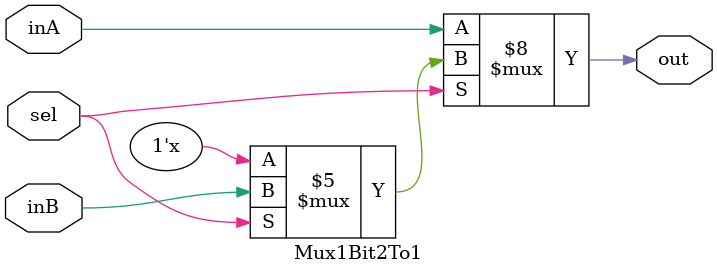
<source format=v>
`timescale 1ns / 1ps


module Mux1Bit2To1(out, inA, inB, sel);

    output reg out;
    
    input inA;
    input inB;
    input sel;

    initial begin
        out = 0;
    end
    
    always @(inA, inB, sel, out) begin
        if(sel == 1'b0) begin
            out <= inA;
        end
        else if(sel == 1'b1) begin
            out <= inB;
        end
    end 

endmodule

</source>
